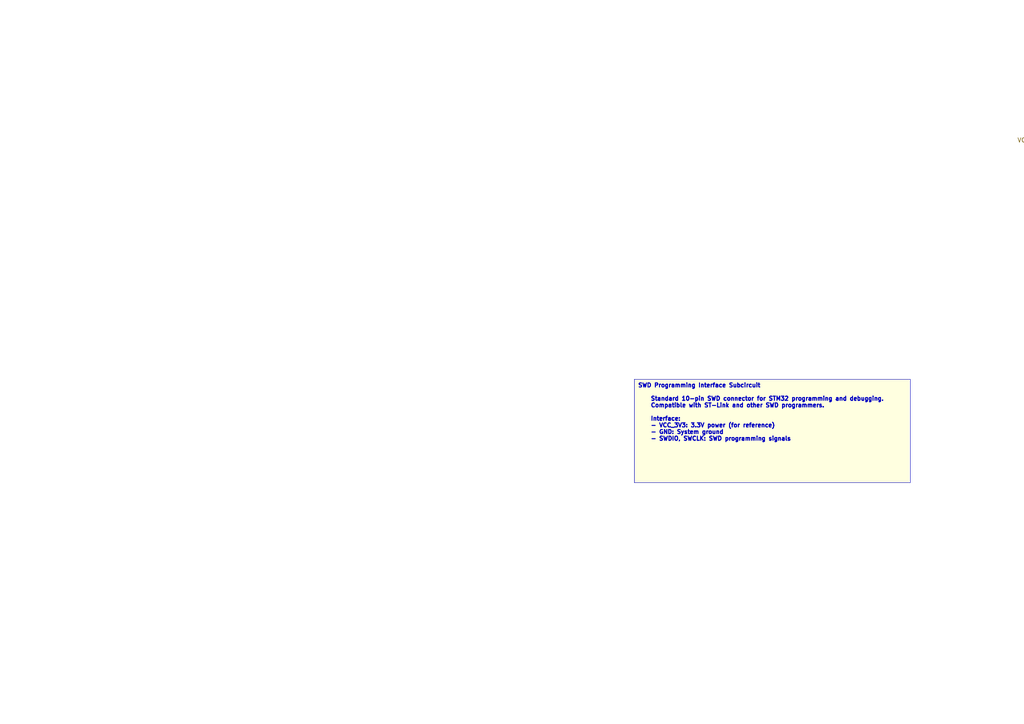
<source format=kicad_sch>
(kicad_sch (version 20250114) (generator "kicad_api") (generator_version 9.0)
  (paper A4)
  (paper A4)
  (lib_symbols
    (symbol "Connector_Generic:Conn_02x05_Odd_Even" (pin_numbers hide) (pin_names (offset 0.254))
      (property "Reference" "J" (at 0.0 0.0 0))
      (property "Value" "Conn_02x05_Odd_Even" (at 0.0 0.0 0))
      (symbol "Conn_02x05_Odd_Even_0_1"
        (rectangle (start -1.27 6.35) (end 3.81 -6.35) (stroke (width 0.254)) (fill (type background)))
        (rectangle (start -1.27 5.207) (end 0.0 4.953) (stroke (width 0.1524)))
        (rectangle (start -1.27 2.667) (end 0.0 2.413) (stroke (width 0.1524)))
        (rectangle (start -1.27 0.127) (end 0.0 -0.127) (stroke (width 0.1524)))
        (rectangle (start -1.27 -2.413) (end 0.0 -2.667) (stroke (width 0.1524)))
        (rectangle (start -1.27 -4.953) (end 0.0 -5.207) (stroke (width 0.1524)))
        (rectangle (start 3.81 5.207) (end 2.54 4.953) (stroke (width 0.1524)))
        (rectangle (start 3.81 2.667) (end 2.54 2.413) (stroke (width 0.1524)))
        (rectangle (start 3.81 0.127) (end 2.54 -0.127) (stroke (width 0.1524)))
        (rectangle (start 3.81 -2.413) (end 2.54 -2.667) (stroke (width 0.1524)))
        (rectangle (start 3.81 -4.953) (end 2.54 -5.207) (stroke (width 0.1524)))
      )
      (symbol "Conn_02x05_Odd_Even_1_1"
        (pin passive line (at -5.08 5.08 0) (length 3.81) (name Pin_1) (number "1"))
        (pin passive line (at -5.08 2.54 0) (length 3.81) (name Pin_3) (number "3"))
        (pin passive line (at -5.08 0.0 0) (length 3.81) (name Pin_5) (number "5"))
        (pin passive line (at -5.08 -2.54 0) (length 3.81) (name Pin_7) (number "7"))
        (pin passive line (at -5.08 -5.08 0) (length 3.81) (name Pin_9) (number "9"))
        (pin passive line (at 7.62 5.08 180) (length 3.81) (name Pin_2) (number "2"))
        (pin passive line (at 7.62 2.54 180) (length 3.81) (name Pin_4) (number "4"))
        (pin passive line (at 7.62 0.0 180) (length 3.81) (name Pin_6) (number "6"))
        (pin passive line (at 7.62 -2.54 180) (length 3.81) (name Pin_8) (number "8"))
        (pin passive line (at 7.62 -5.08 180) (length 3.81) (name Pin_10) (number "10"))
      )
    )
  )
  (title_block (title Programming_Interface) (date 2025-07-29) (company Circuit-Synth))
  (symbol (lib_id Connector_Generic:Conn_02x05_Odd_Even) (at 309.88 45.72 0)
    (property "Reference" "J2" (at 309.88 40.72 0))
    (property "Value" "SWD" (at 309.88 50.72 0))
    (property "Footprint" "Connector_PinSocket_2.54mm:PinSocket_2x05_P2.54mm_Vertical" (effects (hide yes)))
    (instances (project "circuit" (path "" (reference J2) (unit 1))) (project "STM32_IMU_USBC_Hierarchical" (path "" (reference J2) (unit 1))))
  )
  (hierarchical_label VCC_3V3 (shape input) (at 304.8 40.64 180))
  (hierarchical_label GND (shape input) (at 304.8 43.18 180))
  (hierarchical_label GND (shape input) (at 304.8 45.72 180))
  (hierarchical_label GND (shape input) (at 304.8 50.8 180))
  (hierarchical_label NC (shape input) (at 304.8 48.26 180))
  (hierarchical_label NC (shape input) (at 317.5 48.26 0))
  (hierarchical_label SWDIO (shape input) (at 317.5 40.64 0))
  (hierarchical_label SWCLK (shape input) (at 317.5 43.18 0))
  (hierarchical_label SWO (shape input) (at 317.5 45.72 0))
  (hierarchical_label NRST (shape input) (at 317.5 50.8 0))
  (text_box "SWD Programming Interface Subcircuit\n    \n    Standard 10-pin SWD connector for STM32 programming and debugging.\n    Compatible with ST-Link and other SWD programmers.\n    \n    Interface:\n    - VCC_3V3: 3.3V power (for reference)\n    - GND: System ground\n    - SWDIO, SWCLK: SWD programming signals" (exclude_from_sim yes) (at 184.0 110.0 0) (size 80.0 30.0) (margins 1.0 1.0 1.0 1.0) (stroke (width 0.1)) (fill (type color) (color 255 255 224 1)) (effects (font (size 1.2 1.2) (thickness 0.254)) (justify left top)))
  (text_box "SWD Programming Interface Subcircuit\n    \n    Standard 10-pin SWD connector for STM32 programming and debugging.\n    Compatible with ST-Link and other SWD programmers.\n    \n    Interface:\n    - VCC_3V3: 3.3V power (for reference)\n    - GND: System ground\n    - SWDIO, SWCLK: SWD programming signals" (exclude_from_sim yes) (at 184.0 110.0 0) (size 80.0 30.0) (margins 1.0 1.0 1.0 1.0) (stroke (width 0.1)) (fill (type color) (color 255 255 224 1)) (effects (font (size 1.2 1.2) (thickness 0.254)) (justify left top)))
)
</source>
